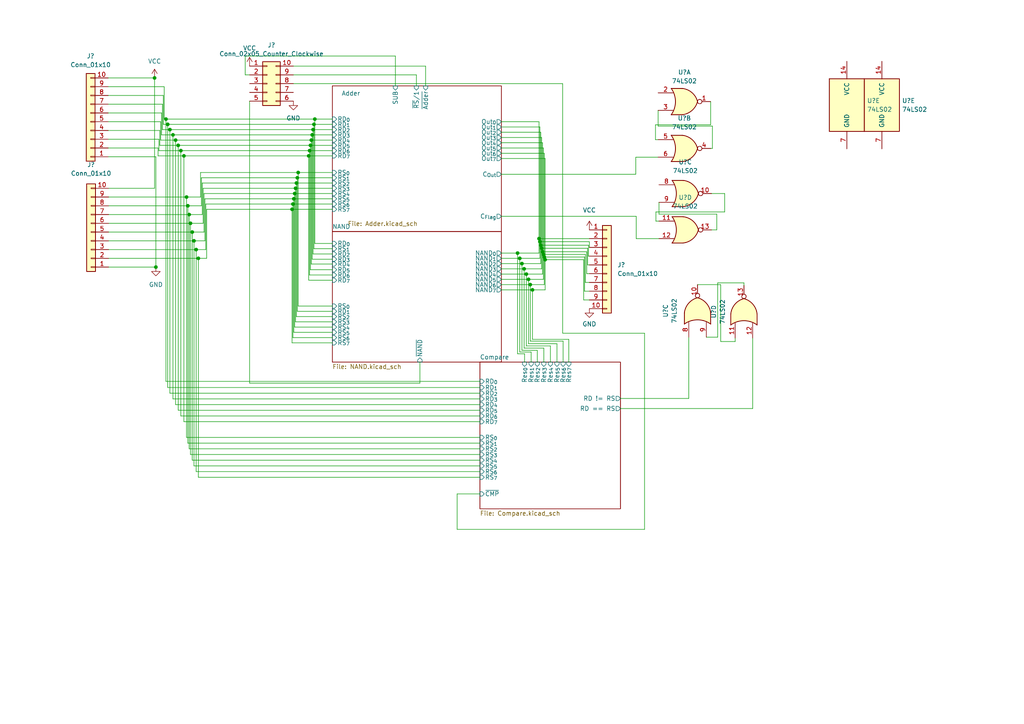
<source format=kicad_sch>
(kicad_sch (version 20211123) (generator eeschema)
  (paper "A4")
  (lib_symbols
    (symbol "74xx:74LS02" (pin_names (offset 1.016))
      (property "Reference" "U" (at 0 1.27 0))
      (property "Value" "74LS02" (at 0 -1.27 0))
      (symbol "74LS02_1_1"
        (arc (start -3.81 -3.81) (mid -2.589 0) (end -3.81 3.81) (stroke (width 0.254)))
        (arc (start -0.6096 -3.81) (mid 2.1855 -2.584) (end 3.81 0) (stroke (width 0.254)) (fill (type background)))
        (polyline (pts (xy -3.81 -3.81) (xy -0.635 -3.81)) (stroke (width 0.254)) (fill (type background)))
        (polyline (pts (xy -3.81 3.81) (xy -0.635 3.81)) (stroke (width 0.254)) (fill (type background)))
        (polyline (pts (xy -0.635 3.81) (xy -3.81 3.81) (xy -3.81 3.81) (xy -3.556 3.4036) (xy -3.0226 2.2606) (xy -2.6924 1.0414) (xy -2.6162 -0.254) (xy -2.7686 -1.4986) (xy -3.175 -2.7178) (xy -3.81 -3.81) (xy -3.81 -3.81) (xy -0.635 -3.81)) (stroke (width -25.4)) (fill (type background)))
        (arc (start 3.81 0) (mid 2.1928 2.5925) (end -0.6096 3.81) (stroke (width 0.254)) (fill (type background)))
        (pin output inverted (at 7.62 0 180) (length 3.81) (name "~") (number "1"))
        (pin input line (at -7.62 2.54 0) (length 4.318) (name "~") (number "2"))
        (pin input line (at -7.62 -2.54 0) (length 4.318) (name "~") (number "3"))
      )
      (symbol "74LS02_1_2"
        (arc (start 0 -3.81) (mid 3.81 0) (end 0 3.81) (stroke (width 0.254)) (fill (type background)))
        (polyline (pts (xy 0 3.81) (xy -3.81 3.81) (xy -3.81 -3.81) (xy 0 -3.81)) (stroke (width 0.254)) (fill (type background)))
        (pin output line (at 7.62 0 180) (length 3.81) (name "~") (number "1"))
        (pin input inverted (at -7.62 2.54 0) (length 3.81) (name "~") (number "2"))
        (pin input inverted (at -7.62 -2.54 0) (length 3.81) (name "~") (number "3"))
      )
      (symbol "74LS02_2_1"
        (arc (start -3.81 -3.81) (mid -2.589 0) (end -3.81 3.81) (stroke (width 0.254)))
        (arc (start -0.6096 -3.81) (mid 2.1855 -2.584) (end 3.81 0) (stroke (width 0.254)) (fill (type background)))
        (polyline (pts (xy -3.81 -3.81) (xy -0.635 -3.81)) (stroke (width 0.254)) (fill (type background)))
        (polyline (pts (xy -3.81 3.81) (xy -0.635 3.81)) (stroke (width 0.254)) (fill (type background)))
        (polyline (pts (xy -0.635 3.81) (xy -3.81 3.81) (xy -3.81 3.81) (xy -3.556 3.4036) (xy -3.0226 2.2606) (xy -2.6924 1.0414) (xy -2.6162 -0.254) (xy -2.7686 -1.4986) (xy -3.175 -2.7178) (xy -3.81 -3.81) (xy -3.81 -3.81) (xy -0.635 -3.81)) (stroke (width -25.4)) (fill (type background)))
        (arc (start 3.81 0) (mid 2.1928 2.5925) (end -0.6096 3.81) (stroke (width 0.254)) (fill (type background)))
        (pin output inverted (at 7.62 0 180) (length 3.81) (name "~") (number "4"))
        (pin input line (at -7.62 2.54 0) (length 4.318) (name "~") (number "5"))
        (pin input line (at -7.62 -2.54 0) (length 4.318) (name "~") (number "6"))
      )
      (symbol "74LS02_2_2"
        (arc (start 0 -3.81) (mid 3.81 0) (end 0 3.81) (stroke (width 0.254)) (fill (type background)))
        (polyline (pts (xy 0 3.81) (xy -3.81 3.81) (xy -3.81 -3.81) (xy 0 -3.81)) (stroke (width 0.254)) (fill (type background)))
        (pin output line (at 7.62 0 180) (length 3.81) (name "~") (number "4"))
        (pin input inverted (at -7.62 2.54 0) (length 3.81) (name "~") (number "5"))
        (pin input inverted (at -7.62 -2.54 0) (length 3.81) (name "~") (number "6"))
      )
      (symbol "74LS02_3_1"
        (arc (start -3.81 -3.81) (mid -2.589 0) (end -3.81 3.81) (stroke (width 0.254)))
        (arc (start -0.6096 -3.81) (mid 2.1855 -2.584) (end 3.81 0) (stroke (width 0.254)) (fill (type background)))
        (polyline (pts (xy -3.81 -3.81) (xy -0.635 -3.81)) (stroke (width 0.254)) (fill (type background)))
        (polyline (pts (xy -3.81 3.81) (xy -0.635 3.81)) (stroke (width 0.254)) (fill (type background)))
        (polyline (pts (xy -0.635 3.81) (xy -3.81 3.81) (xy -3.81 3.81) (xy -3.556 3.4036) (xy -3.0226 2.2606) (xy -2.6924 1.0414) (xy -2.6162 -0.254) (xy -2.7686 -1.4986) (xy -3.175 -2.7178) (xy -3.81 -3.81) (xy -3.81 -3.81) (xy -0.635 -3.81)) (stroke (width -25.4)) (fill (type background)))
        (arc (start 3.81 0) (mid 2.1928 2.5925) (end -0.6096 3.81) (stroke (width 0.254)) (fill (type background)))
        (pin output inverted (at 7.62 0 180) (length 3.81) (name "~") (number "10"))
        (pin input line (at -7.62 2.54 0) (length 4.318) (name "~") (number "8"))
        (pin input line (at -7.62 -2.54 0) (length 4.318) (name "~") (number "9"))
      )
      (symbol "74LS02_3_2"
        (arc (start 0 -3.81) (mid 3.81 0) (end 0 3.81) (stroke (width 0.254)) (fill (type background)))
        (polyline (pts (xy 0 3.81) (xy -3.81 3.81) (xy -3.81 -3.81) (xy 0 -3.81)) (stroke (width 0.254)) (fill (type background)))
        (pin output line (at 7.62 0 180) (length 3.81) (name "~") (number "10"))
        (pin input inverted (at -7.62 2.54 0) (length 3.81) (name "~") (number "8"))
        (pin input inverted (at -7.62 -2.54 0) (length 3.81) (name "~") (number "9"))
      )
      (symbol "74LS02_4_1"
        (arc (start -3.81 -3.81) (mid -2.589 0) (end -3.81 3.81) (stroke (width 0.254)))
        (arc (start -0.6096 -3.81) (mid 2.1855 -2.584) (end 3.81 0) (stroke (width 0.254)) (fill (type background)))
        (polyline (pts (xy -3.81 -3.81) (xy -0.635 -3.81)) (stroke (width 0.254)) (fill (type background)))
        (polyline (pts (xy -3.81 3.81) (xy -0.635 3.81)) (stroke (width 0.254)) (fill (type background)))
        (polyline (pts (xy -0.635 3.81) (xy -3.81 3.81) (xy -3.81 3.81) (xy -3.556 3.4036) (xy -3.0226 2.2606) (xy -2.6924 1.0414) (xy -2.6162 -0.254) (xy -2.7686 -1.4986) (xy -3.175 -2.7178) (xy -3.81 -3.81) (xy -3.81 -3.81) (xy -0.635 -3.81)) (stroke (width -25.4)) (fill (type background)))
        (arc (start 3.81 0) (mid 2.1928 2.5925) (end -0.6096 3.81) (stroke (width 0.254)) (fill (type background)))
        (pin input line (at -7.62 2.54 0) (length 4.318) (name "~") (number "11"))
        (pin input line (at -7.62 -2.54 0) (length 4.318) (name "~") (number "12"))
        (pin output inverted (at 7.62 0 180) (length 3.81) (name "~") (number "13"))
      )
      (symbol "74LS02_4_2"
        (arc (start 0 -3.81) (mid 3.81 0) (end 0 3.81) (stroke (width 0.254)) (fill (type background)))
        (polyline (pts (xy 0 3.81) (xy -3.81 3.81) (xy -3.81 -3.81) (xy 0 -3.81)) (stroke (width 0.254)) (fill (type background)))
        (pin input inverted (at -7.62 2.54 0) (length 3.81) (name "~") (number "11"))
        (pin input inverted (at -7.62 -2.54 0) (length 3.81) (name "~") (number "12"))
        (pin output line (at 7.62 0 180) (length 3.81) (name "~") (number "13"))
      )
      (symbol "74LS02_5_0"
        (pin power_in line (at 0 12.7 270) (length 5.08) (name "VCC") (number "14"))
        (pin power_in line (at 0 -12.7 90) (length 5.08) (name "GND") (number "7"))
      )
      (symbol "74LS02_5_1"
        (rectangle (start -5.08 7.62) (end 5.08 -7.62) (stroke (width 0.254)) (fill (type background)))
      )
    )
    (symbol "Connector_Generic:Conn_01x10" (pin_names (offset 1.016) hide)
      (property "Reference" "J" (at 0 12.7 0))
      (property "Value" "Conn_01x10" (at 0 -15.24 0))
      (symbol "Conn_01x10_1_1"
        (rectangle (start -1.27 -12.573) (end 0 -12.827) (stroke (width 0.1524)))
        (rectangle (start -1.27 -10.033) (end 0 -10.287) (stroke (width 0.1524)))
        (rectangle (start -1.27 -7.493) (end 0 -7.747) (stroke (width 0.1524)))
        (rectangle (start -1.27 -4.953) (end 0 -5.207) (stroke (width 0.1524)))
        (rectangle (start -1.27 -2.413) (end 0 -2.667) (stroke (width 0.1524)))
        (rectangle (start -1.27 0.127) (end 0 -0.127) (stroke (width 0.1524)))
        (rectangle (start -1.27 2.667) (end 0 2.413) (stroke (width 0.1524)))
        (rectangle (start -1.27 5.207) (end 0 4.953) (stroke (width 0.1524)))
        (rectangle (start -1.27 7.747) (end 0 7.493) (stroke (width 0.1524)))
        (rectangle (start -1.27 10.287) (end 0 10.033) (stroke (width 0.1524)))
        (rectangle (start -1.27 11.43) (end 1.27 -13.97) (stroke (width 0.254)) (fill (type background)))
        (pin passive line (at -5.08 10.16 0) (length 3.81) (name "Pin_1") (number "1"))
        (pin passive line (at -5.08 -12.7 0) (length 3.81) (name "Pin_10") (number "10"))
        (pin passive line (at -5.08 7.62 0) (length 3.81) (name "Pin_2") (number "2"))
        (pin passive line (at -5.08 5.08 0) (length 3.81) (name "Pin_3") (number "3"))
        (pin passive line (at -5.08 2.54 0) (length 3.81) (name "Pin_4") (number "4"))
        (pin passive line (at -5.08 0 0) (length 3.81) (name "Pin_5") (number "5"))
        (pin passive line (at -5.08 -2.54 0) (length 3.81) (name "Pin_6") (number "6"))
        (pin passive line (at -5.08 -5.08 0) (length 3.81) (name "Pin_7") (number "7"))
        (pin passive line (at -5.08 -7.62 0) (length 3.81) (name "Pin_8") (number "8"))
        (pin passive line (at -5.08 -10.16 0) (length 3.81) (name "Pin_9") (number "9"))
      )
    )
    (symbol "Connector_Generic:Conn_02x05_Counter_Clockwise" (pin_names (offset 1.016) hide)
      (property "Reference" "J" (at 1.27 7.62 0))
      (property "Value" "Conn_02x05_Counter_Clockwise" (at 1.27 -7.62 0))
      (symbol "Conn_02x05_Counter_Clockwise_1_1"
        (rectangle (start -1.27 -4.953) (end 0 -5.207) (stroke (width 0.1524)))
        (rectangle (start -1.27 -2.413) (end 0 -2.667) (stroke (width 0.1524)))
        (rectangle (start -1.27 0.127) (end 0 -0.127) (stroke (width 0.1524)))
        (rectangle (start -1.27 2.667) (end 0 2.413) (stroke (width 0.1524)))
        (rectangle (start -1.27 5.207) (end 0 4.953) (stroke (width 0.1524)))
        (rectangle (start -1.27 6.35) (end 3.81 -6.35) (stroke (width 0.254)) (fill (type background)))
        (rectangle (start 3.81 -4.953) (end 2.54 -5.207) (stroke (width 0.1524)))
        (rectangle (start 3.81 -2.413) (end 2.54 -2.667) (stroke (width 0.1524)))
        (rectangle (start 3.81 0.127) (end 2.54 -0.127) (stroke (width 0.1524)))
        (rectangle (start 3.81 2.667) (end 2.54 2.413) (stroke (width 0.1524)))
        (rectangle (start 3.81 5.207) (end 2.54 4.953) (stroke (width 0.1524)))
        (pin passive line (at -5.08 5.08 0) (length 3.81) (name "Pin_1") (number "1"))
        (pin passive line (at 7.62 5.08 180) (length 3.81) (name "Pin_10") (number "10"))
        (pin passive line (at -5.08 2.54 0) (length 3.81) (name "Pin_2") (number "2"))
        (pin passive line (at -5.08 0 0) (length 3.81) (name "Pin_3") (number "3"))
        (pin passive line (at -5.08 -2.54 0) (length 3.81) (name "Pin_4") (number "4"))
        (pin passive line (at -5.08 -5.08 0) (length 3.81) (name "Pin_5") (number "5"))
        (pin passive line (at 7.62 -5.08 180) (length 3.81) (name "Pin_6") (number "6"))
        (pin passive line (at 7.62 -2.54 180) (length 3.81) (name "Pin_7") (number "7"))
        (pin passive line (at 7.62 0 180) (length 3.81) (name "Pin_8") (number "8"))
        (pin passive line (at 7.62 2.54 180) (length 3.81) (name "Pin_9") (number "9"))
      )
    )
    (symbol "power:GND" (power) (pin_names (offset 0))
      (property "Value" "GND" (at 0 -3.81 0))
      (symbol "GND_0_1"
        (polyline (pts (xy 0 0) (xy 0 -1.27) (xy 1.27 -1.27) (xy 0 -2.54) (xy -1.27 -1.27) (xy 0 -1.27)))
      )
      (symbol "GND_1_1"
        (pin power_in line (at 0 0 270) (length 0) hide (name "GND") (number "1"))
      )
    )
    (symbol "power:VCC" (power) (pin_names (offset 0))
      (property "Value" "VCC" (at 0 3.81 0))
      (symbol "VCC_0_1"
        (polyline (pts (xy -0.762 1.27) (xy 0 2.54)))
        (polyline (pts (xy 0 0) (xy 0 2.54)))
        (polyline (pts (xy 0 2.54) (xy 0.762 1.27)))
      )
      (symbol "VCC_1_1"
        (pin power_in line (at 0 0 90) (length 0) hide (name "VCC") (number "1"))
      )
    )
  )
  (junction (at 48.641 36.068))
  (junction (at 84.709 60.706))
  (junction (at 156.845 71.12))
  (junction (at 85.217 57.658))
  (junction (at 156.591 70.104))
  (junction (at 91.313 34.544))
  (junction (at 85.725 54.61))
  (junction (at 50.927 40.64))
  (junction (at 90.805 37.592))
  (junction (at 151.384 76.454))
  (junction (at 153.797 82.55))
  (junction (at 157.861 74.549))
  (junction (at 86.487 50.038))
  (junction (at 89.789 43.688))
  (junction (at 150.749 74.93))
  (junction (at 85.979 53.086))
  (junction (at 152.654 79.502))
  (junction (at 89.535 45.212))
  (junction (at 85.471 56.134))
  (junction (at 57.531 74.93))
  (junction (at 86.233 51.562))
  (junction (at 156.337 69.215))
  (junction (at 49.276 37.592))
  (junction (at 154.432 84.074))
  (junction (at 45.212 77.47))
  (junction (at 152.019 77.978))
  (junction (at 157.353 73.025))
  (junction (at 158.115 75.311))
  (junction (at 91.059 36.068))
  (junction (at 48.133 34.544))
  (junction (at 52.451 43.688))
  (junction (at 53.34 45.212))
  (junction (at 157.099 72.009))
  (junction (at 84.963 59.182))
  (junction (at 51.689 42.164))
  (junction (at 153.289 81.026))
  (junction (at 56.896 72.39))
  (junction (at 55.753 67.31))
  (junction (at 157.607 73.787))
  (junction (at 54.864 62.23))
  (junction (at 54.483 59.69))
  (junction (at 55.245 64.77))
  (junction (at 56.261 69.85))
  (junction (at 90.551 39.116))
  (junction (at 150.114 73.406))
  (junction (at 90.043 42.164))
  (junction (at 50.165 39.116))
  (junction (at 90.297 40.64))
  (junction (at 54.102 57.15))
  (junction (at 44.831 22.606))
  (wire (pts (xy 71.12 21.717) (xy 72.39 21.717)))
  (wire (pts (xy 85.979 53.086) (xy 85.979 91.821)))
  (wire (pts (xy 54.483 59.69) (xy 58.42 59.69)))
  (wire (pts (xy 58.674 53.086) (xy 85.979 53.086)))
  (wire (pts (xy 139.192 120.65) (xy 52.451 120.65)))
  (wire (pts (xy 54.864 62.23) (xy 31.496 62.23)))
  (wire (pts (xy 202.311 82.55) (xy 209.042 82.55)))
  (wire (pts (xy 55.245 131.826) (xy 55.245 64.77)))
  (wire (pts (xy 132.588 143.256) (xy 139.192 143.256)))
  (wire (pts (xy 91.059 72.136) (xy 96.393 72.136)))
  (wire (pts (xy 156.591 74.93) (xy 156.591 70.104)))
  (wire (pts (xy 85.471 56.134) (xy 85.471 94.869)))
  (wire (pts (xy 56.261 135.128) (xy 56.261 69.85)))
  (wire (pts (xy 208.153 82.042) (xy 208.153 97.79)))
  (wire (pts (xy 170.688 74.295) (xy 170.688 71.12)))
  (wire (pts (xy 154.432 84.074) (xy 158.115 84.074)))
  (wire (pts (xy 90.043 42.164) (xy 90.043 78.232)))
  (wire (pts (xy 46.609 35.306) (xy 46.609 40.64)))
  (wire (pts (xy 132.588 153.543) (xy 132.588 143.256)))
  (wire (pts (xy 163.195 96.647) (xy 186.944 96.647)))
  (wire (pts (xy 150.114 73.406) (xy 150.114 102.616)))
  (wire (pts (xy 90.297 76.581) (xy 90.297 40.64)))
  (wire (pts (xy 139.192 117.348) (xy 50.927 117.348)))
  (wire (pts (xy 210.185 56.134) (xy 206.375 56.134)))
  (wire (pts (xy 59.182 56.134) (xy 85.471 56.134)))
  (wire (pts (xy 31.496 54.61) (xy 44.831 54.61)))
  (wire (pts (xy 206.629 36.576) (xy 206.629 43.053)))
  (wire (pts (xy 84.709 99.441) (xy 84.709 60.706)))
  (wire (pts (xy 120.777 24.892) (xy 120.777 21.717)))
  (wire (pts (xy 59.69 59.182) (xy 84.963 59.182)))
  (wire (pts (xy 31.369 45.466) (xy 45.212 45.466)))
  (wire (pts (xy 150.749 74.93) (xy 156.591 74.93)))
  (wire (pts (xy 184.404 45.593) (xy 190.881 45.593)))
  (wire (pts (xy 54.864 130.175) (xy 139.192 130.175)))
  (wire (pts (xy 208.153 97.79) (xy 204.851 97.79)))
  (wire (pts (xy 85.725 93.345) (xy 85.725 54.61)))
  (wire (pts (xy 170.942 84.455) (xy 169.545 84.455)))
  (wire (pts (xy 179.959 115.57) (xy 199.771 115.57)))
  (wire (pts (xy 190.119 40.513) (xy 190.881 40.513)))
  (wire (pts (xy 58.166 50.038) (xy 86.487 50.038)))
  (wire (pts (xy 154.432 98.425) (xy 154.432 84.074)))
  (wire (pts (xy 56.896 72.39) (xy 59.69 72.39)))
  (wire (pts (xy 90.551 39.116) (xy 96.393 39.116)))
  (wire (pts (xy 31.496 72.39) (xy 56.896 72.39)))
  (wire (pts (xy 84.709 60.706) (xy 59.944 60.706)))
  (wire (pts (xy 56.896 136.779) (xy 139.192 136.779)))
  (wire (pts (xy 145.415 79.502) (xy 152.654 79.502)))
  (wire (pts (xy 84.963 59.182) (xy 84.963 97.917)))
  (wire (pts (xy 46.863 32.766) (xy 46.863 39.116)))
  (wire (pts (xy 55.753 67.31) (xy 31.496 67.31)))
  (wire (pts (xy 169.291 75.311) (xy 158.115 75.311)))
  (wire (pts (xy 56.896 72.39) (xy 56.896 136.779)))
  (wire (pts (xy 179.959 118.491) (xy 218.313 118.491)))
  (wire (pts (xy 169.799 81.915) (xy 169.799 73.787)))
  (wire (pts (xy 157.607 73.787) (xy 169.799 73.787)))
  (wire (pts (xy 120.777 21.717) (xy 85.09 21.717)))
  (wire (pts (xy 145.415 77.978) (xy 152.019 77.978)))
  (wire (pts (xy 90.551 39.116) (xy 90.551 75.184)))
  (wire (pts (xy 215.773 82.804) (xy 215.773 82.042)))
  (wire (pts (xy 45.847 42.926) (xy 45.847 45.212)))
  (wire (pts (xy 157.861 74.549) (xy 157.861 44.45)))
  (wire (pts (xy 31.496 64.77) (xy 55.245 64.77)))
  (wire (pts (xy 153.289 81.026) (xy 157.607 81.026)))
  (wire (pts (xy 157.353 73.025) (xy 157.353 79.502)))
  (wire (pts (xy 153.289 81.026) (xy 153.289 99.695)))
  (wire (pts (xy 157.861 82.55) (xy 157.861 74.549)))
  (wire (pts (xy 170.942 71.755) (xy 170.942 70.104)))
  (wire (pts (xy 91.313 34.544) (xy 96.393 34.544)))
  (wire (pts (xy 153.797 82.55) (xy 153.797 98.933)))
  (wire (pts (xy 59.436 57.658) (xy 85.217 57.658)))
  (wire (pts (xy 51.689 118.999) (xy 139.192 118.999)))
  (wire (pts (xy 145.415 42.926) (xy 157.607 42.926)))
  (wire (pts (xy 152.146 102.616) (xy 152.146 105.029)))
  (wire (pts (xy 55.753 133.477) (xy 139.192 133.477)))
  (wire (pts (xy 190.119 36.195) (xy 190.119 40.513)))
  (wire (pts (xy 114.681 16.256) (xy 71.12 16.256)))
  (wire (pts (xy 89.789 43.688) (xy 89.789 79.756)))
  (wire (pts (xy 191.135 62.103) (xy 191.135 58.674)))
  (wire (pts (xy 145.415 39.878) (xy 157.099 39.878)))
  (wire (pts (xy 54.483 128.524) (xy 54.483 59.69)))
  (wire (pts (xy 46.609 40.64) (xy 50.927 40.64)))
  (wire (pts (xy 96.393 53.086) (xy 85.979 53.086)))
  (wire (pts (xy 56.261 69.85) (xy 59.436 69.85)))
  (wire (pts (xy 46.101 43.688) (xy 46.101 40.386)))
  (wire (pts (xy 50.927 117.348) (xy 50.927 40.64)))
  (wire (pts (xy 155.829 101.6) (xy 155.829 105.029)))
  (wire (pts (xy 47.371 36.068) (xy 48.641 36.068)))
  (wire (pts (xy 209.042 82.55) (xy 209.042 99.06)))
  (wire (pts (xy 213.233 99.06) (xy 213.233 98.044)))
  (wire (pts (xy 145.415 41.402) (xy 157.353 41.402)))
  (wire (pts (xy 31.369 42.926) (xy 45.847 42.926)))
  (wire (pts (xy 91.059 36.068) (xy 96.393 36.068)))
  (wire (pts (xy 151.384 76.454) (xy 156.845 76.454)))
  (wire (pts (xy 184.531 69.215) (xy 191.135 69.215)))
  (wire (pts (xy 158.115 84.074) (xy 158.115 75.311)))
  (wire (pts (xy 96.393 59.182) (xy 84.963 59.182)))
  (wire (pts (xy 156.337 73.406) (xy 156.337 69.215)))
  (wire (pts (xy 59.436 69.85) (xy 59.436 57.658)))
  (wire (pts (xy 31.369 27.686) (xy 47.371 27.686)))
  (wire (pts (xy 55.753 67.31) (xy 55.753 133.477)))
  (wire (pts (xy 59.182 67.31) (xy 55.753 67.31)))
  (wire (pts (xy 49.276 37.592) (xy 49.276 114.046)))
  (wire (pts (xy 86.233 90.297) (xy 86.233 51.562)))
  (wire (pts (xy 85.09 24.257) (xy 163.195 24.257)))
  (wire (pts (xy 96.393 90.297) (xy 86.233 90.297)))
  (wire (pts (xy 31.496 69.85) (xy 56.261 69.85)))
  (wire (pts (xy 121.793 111.125) (xy 121.793 105.029)))
  (wire (pts (xy 152.019 77.978) (xy 157.099 77.978)))
  (wire (pts (xy 156.845 76.454) (xy 156.845 71.12)))
  (wire (pts (xy 72.39 111.125) (xy 121.793 111.125)))
  (wire (pts (xy 49.276 114.046) (xy 139.192 114.046)))
  (wire (pts (xy 52.451 43.688) (xy 52.451 120.65)))
  (wire (pts (xy 190.881 36.576) (xy 206.629 36.576)))
  (wire (pts (xy 164.973 105.029) (xy 164.973 98.425)))
  (wire (pts (xy 90.043 42.164) (xy 96.393 42.164)))
  (wire (pts (xy 44.831 54.61) (xy 44.831 22.606)))
  (wire (pts (xy 114.681 24.892) (xy 114.681 16.256)))
  (wire (pts (xy 51.689 42.164) (xy 51.689 118.999)))
  (wire (pts (xy 52.451 43.688) (xy 89.789 43.688)))
  (wire (pts (xy 159.639 100.33) (xy 159.639 105.029)))
  (wire (pts (xy 47.117 30.226) (xy 31.369 30.226)))
  (wire (pts (xy 90.805 73.66) (xy 90.805 37.592)))
  (wire (pts (xy 46.863 39.116) (xy 50.165 39.116)))
  (wire (pts (xy 154.051 102.108) (xy 150.749 102.108)))
  (wire (pts (xy 158.115 75.311) (xy 158.115 45.974)))
  (wire (pts (xy 186.944 96.647) (xy 186.944 153.543)))
  (wire (pts (xy 157.734 105.029) (xy 157.734 100.965)))
  (wire (pts (xy 206.629 43.053) (xy 206.121 43.053)))
  (wire (pts (xy 54.102 126.873) (xy 139.192 126.873)))
  (wire (pts (xy 218.313 98.044) (xy 218.313 118.491)))
  (wire (pts (xy 45.212 45.466) (xy 45.212 77.47)))
  (wire (pts (xy 161.544 105.029) (xy 161.544 99.695)))
  (wire (pts (xy 151.384 76.454) (xy 151.384 101.6)))
  (wire (pts (xy 31.496 74.93) (xy 57.531 74.93)))
  (wire (pts (xy 152.654 100.33) (xy 159.639 100.33)))
  (wire (pts (xy 156.591 36.83) (xy 145.669 36.83)))
  (wire (pts (xy 96.393 56.134) (xy 85.471 56.134)))
  (wire (pts (xy 123.444 19.177) (xy 123.444 24.892)))
  (wire (pts (xy 86.487 88.773) (xy 96.393 88.773)))
  (wire (pts (xy 163.322 98.933) (xy 163.322 105.029)))
  (wire (pts (xy 152.654 79.502) (xy 152.654 100.33)))
  (wire (pts (xy 44.831 22.606) (xy 31.369 22.606)))
  (wire (pts (xy 157.099 72.009) (xy 157.099 39.878)))
  (wire (pts (xy 170.942 86.995) (xy 169.291 86.995)))
  (wire (pts (xy 90.297 40.64) (xy 96.393 40.64)))
  (wire (pts (xy 46.101 40.386) (xy 31.369 40.386)))
  (wire (pts (xy 145.415 84.074) (xy 154.432 84.074)))
  (wire (pts (xy 139.192 138.43) (xy 57.531 138.43)))
  (wire (pts (xy 55.245 64.77) (xy 58.928 64.77)))
  (wire (pts (xy 145.415 74.93) (xy 150.749 74.93)))
  (wire (pts (xy 163.195 24.257) (xy 163.195 96.647)))
  (wire (pts (xy 58.166 57.15) (xy 54.102 57.15)))
  (wire (pts (xy 145.415 82.55) (xy 153.797 82.55)))
  (wire (pts (xy 89.535 45.212) (xy 89.535 81.28)))
  (wire (pts (xy 58.928 54.61) (xy 85.725 54.61)))
  (wire (pts (xy 46.101 43.688) (xy 52.451 43.688)))
  (wire (pts (xy 169.291 86.995) (xy 169.291 75.311)))
  (wire (pts (xy 58.42 51.562) (xy 86.233 51.562)))
  (wire (pts (xy 85.725 54.61) (xy 96.393 54.61)))
  (wire (pts (xy 47.117 37.592) (xy 49.276 37.592)))
  (wire (pts (xy 96.393 99.441) (xy 84.709 99.441)))
  (wire (pts (xy 156.337 69.215) (xy 156.337 35.306)))
  (wire (pts (xy 184.404 50.546) (xy 184.404 45.593)))
  (wire (pts (xy 156.337 35.306) (xy 145.415 35.306)))
  (wire (pts (xy 199.771 115.57) (xy 199.771 97.79)))
  (wire (pts (xy 48.133 110.617) (xy 139.192 110.617)))
  (wire (pts (xy 151.384 101.6) (xy 155.829 101.6)))
  (wire (pts (xy 170.434 76.835) (xy 170.434 72.009)))
  (wire (pts (xy 46.355 37.846) (xy 46.355 42.164)))
  (wire (pts (xy 58.166 50.038) (xy 58.166 57.15)))
  (wire (pts (xy 48.133 34.544) (xy 91.313 34.544)))
  (wire (pts (xy 46.355 42.164) (xy 51.689 42.164)))
  (wire (pts (xy 45.847 45.212) (xy 53.34 45.212)))
  (wire (pts (xy 84.709 60.706) (xy 96.393 60.706)))
  (wire (pts (xy 156.845 38.354) (xy 156.845 71.12)))
  (wire (pts (xy 57.531 138.43) (xy 57.531 74.93)))
  (wire (pts (xy 86.487 50.038) (xy 86.487 88.773)))
  (wire (pts (xy 152.019 77.978) (xy 152.019 100.965)))
  (wire (pts (xy 58.928 64.77) (xy 58.928 54.61)))
  (wire (pts (xy 96.393 50.038) (xy 86.487 50.038)))
  (wire (pts (xy 54.102 57.15) (xy 54.102 126.873)))
  (wire (pts (xy 139.192 112.395) (xy 48.641 112.395)))
  (wire (pts (xy 156.591 70.104) (xy 156.591 36.83)))
  (wire (pts (xy 50.165 115.697) (xy 139.192 115.697)))
  (wire (pts (xy 190.246 61.468) (xy 210.185 61.468)))
  (wire (pts (xy 45.212 77.47) (xy 31.496 77.47)))
  (wire (pts (xy 139.192 131.826) (xy 55.245 131.826)))
  (wire (pts (xy 170.18 79.375) (xy 170.18 73.025)))
  (wire (pts (xy 46.609 35.306) (xy 31.369 35.306)))
  (wire (pts (xy 156.845 71.12) (xy 170.688 71.12)))
  (wire (pts (xy 57.531 74.93) (xy 59.944 74.93)))
  (wire (pts (xy 31.369 32.766) (xy 46.863 32.766)))
  (wire (pts (xy 48.641 36.068) (xy 91.059 36.068)))
  (wire (pts (xy 85.471 94.869) (xy 96.393 94.869)))
  (wire (pts (xy 96.393 76.581) (xy 90.297 76.581)))
  (wire (pts (xy 90.551 75.184) (xy 96.393 75.184)))
  (wire (pts (xy 150.114 102.616) (xy 152.146 102.616)))
  (wire (pts (xy 145.415 81.026) (xy 153.289 81.026)))
  (wire (pts (xy 89.789 79.756) (xy 96.393 79.756)))
  (wire (pts (xy 170.942 70.104) (xy 156.591 70.104)))
  (wire (pts (xy 53.34 45.212) (xy 53.34 122.301)))
  (wire (pts (xy 50.165 39.116) (xy 90.551 39.116)))
  (wire (pts (xy 84.963 97.917) (xy 96.393 97.917)))
  (wire (pts (xy 31.496 59.69) (xy 54.483 59.69)))
  (wire (pts (xy 145.415 38.354) (xy 156.845 38.354)))
  (wire (pts (xy 153.797 82.55) (xy 157.861 82.55)))
  (wire (pts (xy 190.246 64.135) (xy 190.246 61.468)))
  (wire (pts (xy 170.942 76.835) (xy 170.434 76.835)))
  (wire (pts (xy 47.371 27.686) (xy 47.371 36.068)))
  (wire (pts (xy 157.099 77.978) (xy 157.099 72.009)))
  (wire (pts (xy 85.217 57.658) (xy 96.393 57.658)))
  (wire (pts (xy 59.69 72.39) (xy 59.69 59.182)))
  (wire (pts (xy 152.654 79.502) (xy 157.353 79.502)))
  (wire (pts (xy 96.393 73.66) (xy 90.805 73.66)))
  (wire (pts (xy 47.625 34.544) (xy 48.133 34.544)))
  (wire (pts (xy 215.773 82.042) (xy 208.153 82.042)))
  (wire (pts (xy 207.899 66.675) (xy 207.899 62.103)))
  (wire (pts (xy 90.805 37.592) (xy 96.393 37.592)))
  (wire (pts (xy 145.415 44.45) (xy 157.861 44.45)))
  (wire (pts (xy 53.34 122.301) (xy 139.192 122.301)))
  (wire (pts (xy 157.607 42.926) (xy 157.607 73.787)))
  (wire (pts (xy 50.165 39.116) (xy 50.165 115.697)))
  (wire (pts (xy 71.12 16.256) (xy 71.12 21.717)))
  (wire (pts (xy 47.117 37.592) (xy 47.117 30.226)))
  (wire (pts (xy 91.059 72.136) (xy 91.059 36.068)))
  (wire (pts (xy 184.531 62.738) (xy 184.531 69.215)))
  (wire (pts (xy 150.749 102.108) (xy 150.749 74.93)))
  (wire (pts (xy 145.415 73.406) (xy 150.114 73.406)))
  (wire (pts (xy 58.42 59.69) (xy 58.42 51.562)))
  (wire (pts (xy 58.674 53.086) (xy 58.674 62.23)))
  (wire (pts (xy 72.39 29.337) (xy 72.39 111.125)))
  (wire (pts (xy 170.434 72.009) (xy 157.099 72.009)))
  (wire (pts (xy 89.535 81.28) (xy 96.393 81.28)))
  (wire (pts (xy 48.133 34.544) (xy 48.133 110.617)))
  (wire (pts (xy 207.899 62.103) (xy 191.135 62.103)))
  (wire (pts (xy 31.369 25.146) (xy 47.625 25.146)))
  (wire (pts (xy 89.789 43.688) (xy 96.393 43.688)))
  (wire (pts (xy 54.102 57.15) (xy 31.496 57.15)))
  (wire (pts (xy 59.182 56.134) (xy 59.182 67.31)))
  (wire (pts (xy 209.042 99.06) (xy 213.233 99.06)))
  (wire (pts (xy 48.641 36.068) (xy 48.641 112.395)))
  (wire (pts (xy 50.927 40.64) (xy 90.297 40.64)))
  (wire (pts (xy 85.217 96.393) (xy 85.217 57.658)))
  (wire (pts (xy 169.545 74.549) (xy 157.861 74.549)))
  (wire (pts (xy 145.415 76.454) (xy 151.384 76.454)))
  (wire (pts (xy 170.942 74.295) (xy 170.688 74.295)))
  (wire (pts (xy 154.051 105.029) (xy 154.051 102.108)))
  (wire (pts (xy 170.942 81.915) (xy 169.799 81.915)))
  (wire (pts (xy 190.881 32.004) (xy 190.881 36.576)))
  (wire (pts (xy 206.121 29.464) (xy 206.121 36.195)))
  (wire (pts (xy 206.121 36.195) (xy 190.119 36.195)))
  (wire (pts (xy 96.393 70.612) (xy 91.313 70.612)))
  (wire (pts (xy 157.353 41.402) (xy 157.353 73.025)))
  (wire (pts (xy 170.942 79.375) (xy 170.18 79.375)))
  (wire (pts (xy 139.192 128.524) (xy 54.483 128.524)))
  (wire (pts (xy 145.415 50.546) (xy 184.404 50.546)))
  (wire (pts (xy 164.973 98.425) (xy 154.432 98.425)))
  (wire (pts (xy 85.09 19.177) (xy 123.444 19.177)))
  (wire (pts (xy 186.944 153.543) (xy 132.588 153.543)))
  (wire (pts (xy 59.944 74.93) (xy 59.944 60.706)))
  (wire (pts (xy 86.233 51.562) (xy 96.393 51.562)))
  (wire (pts (xy 91.313 70.612) (xy 91.313 34.544)))
  (wire (pts (xy 161.544 99.695) (xy 153.289 99.695)))
  (wire (pts (xy 47.625 34.544) (xy 47.625 25.146)))
  (wire (pts (xy 53.34 45.212) (xy 89.535 45.212)))
  (wire (pts (xy 58.674 62.23) (xy 54.864 62.23)))
  (wire (pts (xy 145.415 45.974) (xy 158.115 45.974)))
  (wire (pts (xy 156.337 69.215) (xy 170.942 69.215)))
  (wire (pts (xy 210.185 61.468) (xy 210.185 56.134)))
  (wire (pts (xy 139.192 135.128) (xy 56.261 135.128)))
  (wire (pts (xy 31.369 37.846) (xy 46.355 37.846)))
  (wire (pts (xy 96.393 45.212) (xy 89.535 45.212)))
  (wire (pts (xy 90.043 78.232) (xy 96.393 78.232)))
  (wire (pts (xy 191.135 64.135) (xy 190.246 64.135)))
  (wire (pts (xy 145.415 62.738) (xy 184.531 62.738)))
  (wire (pts (xy 96.393 96.393) (xy 85.217 96.393)))
  (wire (pts (xy 150.114 73.406) (xy 156.337 73.406)))
  (wire (pts (xy 157.607 73.787) (xy 157.607 81.026)))
  (wire (pts (xy 51.689 42.164) (xy 90.043 42.164)))
  (wire (pts (xy 157.734 100.965) (xy 152.019 100.965)))
  (wire (pts (xy 54.864 62.23) (xy 54.864 130.175)))
  (wire (pts (xy 169.545 84.455) (xy 169.545 74.549)))
  (wire (pts (xy 85.979 91.821) (xy 96.393 91.821)))
  (wire (pts (xy 157.353 73.025) (xy 170.18 73.025)))
  (wire (pts (xy 96.393 93.345) (xy 85.725 93.345)))
  (wire (pts (xy 206.375 66.675) (xy 207.899 66.675)))
  (wire (pts (xy 153.797 98.933) (xy 163.322 98.933)))
  (wire (pts (xy 49.276 37.592) (xy 90.805 37.592)))
  (symbol (lib_id "power:GND") (at 170.942 89.535 0) (unit 1)
    (property "Reference" "#PWR?" (effects hide))
    (property "Value" "GND" (at 170.942 93.98 0))
  )
  (symbol (lib_id "74xx:74LS02") (at 255.778 30.48 0) (unit 5)
    (property "Reference" "U?" (at 261.62 29.2099 0) (effects (justify left)))
    (property "Value" "74LS02" (at 261.62 31.7499 0) (effects (justify left)))
    (property "Datasheet" "http://www.ti.com/lit/gpn/sn74ls02" (effects hide))
  )
  (symbol (lib_id "74xx:74LS02") (at 198.755 66.675 0) (unit 4)
    (property "Reference" "U?" (at 198.755 57.277 0))
    (property "Value" "74LS02" (at 198.755 59.817 0))
    (property "Datasheet" "http://www.ti.com/lit/gpn/sn74ls02" (effects hide))
  )
  (symbol (lib_id "74xx:74LS02") (at 202.311 90.17 90) (unit 3)
    (property "Reference" "U?" (at 193.04 90.17 0))
    (property "Value" "74LS02" (at 195.58 90.17 0))
    (property "Datasheet" "http://www.ti.com/lit/gpn/sn74ls02" (effects hide))
  )
  (symbol (lib_id "74xx:74LS02") (at 198.501 43.053 0) (unit 2)
    (property "Reference" "U?" (at 198.501 34.29 0))
    (property "Value" "74LS02" (at 198.501 36.83 0))
    (property "Datasheet" "http://www.ti.com/lit/gpn/sn74ls02" (effects hide))
  )
  (symbol (lib_id "Connector_Generic:Conn_01x10") (at 26.416 67.31 180) (unit 1)
    (property "Reference" "J?" (at 26.416 47.752 0))
    (property "Value" "Conn_01x10" (at 26.416 50.292 0))
  )
  (symbol (lib_id "power:VCC") (at 44.831 22.606 0) (unit 1)
    (property "Reference" "#PWR?" (effects hide))
    (property "Value" "VCC" (at 44.831 17.78 0))
  )
  (symbol (lib_id "Connector_Generic:Conn_01x10") (at 26.289 35.306 180) (unit 1)
    (property "Reference" "J?" (at 26.289 16.256 0))
    (property "Value" "Conn_01x10" (at 26.289 18.796 0))
  )
  (symbol (lib_id "74xx:74LS02") (at 245.618 30.48 0) (unit 5)
    (property "Reference" "U?" (at 251.46 29.2099 0) (effects (justify left)))
    (property "Value" "74LS02" (at 251.46 31.7499 0) (effects (justify left)))
    (property "Datasheet" "http://www.ti.com/lit/gpn/sn74ls02" (effects hide))
  )
  (symbol (lib_id "74xx:74LS02") (at 215.773 90.424 90) (unit 4)
    (property "Reference" "U?" (at 207.01 90.424 0))
    (property "Value" "74LS02" (at 209.55 90.424 0))
    (property "Datasheet" "http://www.ti.com/lit/gpn/sn74ls02" (effects hide))
  )
  (symbol (lib_id "power:VCC") (at 72.39 19.177 0) (unit 1)
    (property "Reference" "#PWR?" (effects hide))
    (property "Value" "VCC" (at 72.39 13.97 0))
  )
  (symbol (lib_id "power:VCC") (at 170.942 66.675 0) (unit 1)
    (property "Reference" "#PWR?" (effects hide))
    (property "Value" "VCC" (at 170.942 60.96 0))
  )
  (symbol (lib_id "Connector_Generic:Conn_01x10") (at 176.022 76.835 0) (unit 1)
    (property "Reference" "J?" (at 179.07 76.8349 0) (effects (justify left)))
    (property "Value" "Conn_01x10" (at 179.07 79.3749 0) (effects (justify left)))
  )
  (symbol (lib_id "power:GND") (at 45.212 77.47 0) (unit 1)
    (property "Reference" "#PWR?" (effects hide))
    (property "Value" "GND" (at 45.212 82.55 0))
  )
  (symbol (lib_id "74xx:74LS02") (at 198.755 56.134 0) (unit 3)
    (property "Reference" "U?" (at 198.755 46.99 0))
    (property "Value" "74LS02" (at 198.755 49.53 0))
    (property "Datasheet" "http://www.ti.com/lit/gpn/sn74ls02" (effects hide))
  )
  (symbol (lib_id "Connector_Generic:Conn_02x05_Counter_Clockwise") (at 77.47 24.257 0) (unit 1)
    (property "Reference" "J?" (at 78.74 13.081 0))
    (property "Value" "Conn_02x05_Counter_Clockwise" (at 78.74 15.621 0))
  )
  (symbol (lib_id "power:GND") (at 85.09 29.337 0) (unit 1)
    (property "Reference" "#PWR?" (effects hide))
    (property "Value" "GND" (at 85.09 34.29 0))
  )
  (symbol (lib_id "74xx:74LS02") (at 198.501 29.464 0) (unit 1)
    (property "Reference" "U?" (at 198.501 20.955 0))
    (property "Value" "74LS02" (at 198.501 23.495 0))
    (property "Datasheet" "http://www.ti.com/lit/gpn/sn74ls02" (effects hide))
  )
  (sheet (at 139.192 105.029) (size 40.767 42.545) (stroke (width 0.1524))
    (property "Sheet name" "Compare" (at 139.192 104.3174 0) (effects (justify left bottom)))
    (property "Sheet file" "Compare.kicad_sch" (at 139.192 148.1586 0) (effects (justify left top)))
    (pin "RD_{7}" input (at 139.192 122.301 180))
    (pin "RD_{5}" input (at 139.192 118.999 180))
    (pin "RD_{6}" input (at 139.192 120.65 180))
    (pin "RD_{4}" input (at 139.192 117.348 180))
    (pin "RD_{0}" input (at 139.192 110.617 180))
    (pin "RD_{1}" input (at 139.192 112.395 180))
    (pin "RD_{2}" input (at 139.192 114.046 180))
    (pin "RD_{3}" input (at 139.192 115.697 180))
    (pin "RS_{3}" input (at 139.192 131.826 180))
    (pin "RS_{1}" input (at 139.192 128.524 180))
    (pin "RS_{2}" input (at 139.192 130.175 180))
    (pin "RS_{0}" input (at 139.192 126.873 180))
    (pin "RS_{5}" input (at 139.192 135.128 180))
    (pin "RS_{7}" input (at 139.192 138.43 180))
    (pin "RS_{4}" input (at 139.192 133.477 180))
    (pin "RS_{6}" input (at 139.192 136.779 180))
    (pin "~{CMP}" input (at 139.192 143.256 180))
    (pin "RD != RS" output (at 179.959 115.57 0))
    (pin "RD == RS" output (at 179.959 118.491 0))
    (pin "Res_{0}" input (at 152.146 105.029 90))
    (pin "Res_{1}" input (at 154.051 105.029 90))
    (pin "Res_{7}" input (at 164.973 105.029 90))
    (pin "Res_{2}" input (at 155.829 105.029 90))
    (pin "Res_{3}" input (at 157.734 105.029 90))
    (pin "Res_{4}" input (at 159.639 105.029 90))
    (pin "Res_{5}" input (at 161.544 105.029 90))
    (pin "Res_{6}" input (at 163.322 105.029 90))
  )
  (sheet (at 96.393 24.892) (size 49.022 42.291) (stroke (width 0.1524))
    (property "Sheet name" "Adder" (at 99.06 27.813 0) (effects (justify left bottom)))
    (property "Sheet file" "Adder.kicad_sch" (at 100.838 64.135 0) (effects (justify left top)))
    (pin "SUB" input (at 114.681 24.892 90))
    (pin "RD_{3}" input (at 96.393 39.116 180))
    (pin "RD_{0}" input (at 96.393 34.544 180))
    (pin "RD_{1}" input (at 96.393 36.068 180))
    (pin "RD_{2}" input (at 96.393 37.592 180))
    (pin "RS_{1}" input (at 96.393 51.562 180))
    (pin "RS_{3}" input (at 96.393 54.61 180))
    (pin "RS_{0}" input (at 96.393 50.038 180))
    (pin "RS_{2}" input (at 96.393 53.086 180))
    (pin "RS_{5}" input (at 96.393 57.658 180))
    (pin "RS_{7}" input (at 96.393 60.706 180))
    (pin "RS_{4}" input (at 96.393 56.134 180))
    (pin "RS_{6}" input (at 96.393 59.182 180))
    (pin "~{RS}{slash}1" input (at 120.777 24.892 90))
    (pin "Out_{2}" output (at 145.415 38.354 0))
    (pin "Out_{1}" output (at 145.415 36.83 0))
    (pin "Out_{0}" output (at 145.415 35.306 0))
    (pin "C_{Flag}" output (at 145.415 62.738 0))
    (pin "~{Adder}" input (at 123.444 24.892 90))
    (pin "Out_{6}" output (at 145.415 44.45 0))
    (pin "Out_{3}" output (at 145.415 39.878 0))
    (pin "Out_{4}" output (at 145.415 41.402 0))
    (pin "Out_{5}" output (at 145.415 42.926 0))
    (pin "Out_{7}" output (at 145.415 45.974 0))
    (pin "C_{Out}" output (at 145.415 50.546 0))
    (pin "RD_{6}" input (at 96.393 43.688 180))
    (pin "RD_{4}" input (at 96.393 40.64 180))
    (pin "RD_{5}" input (at 96.393 42.164 180))
    (pin "RD_{7}" input (at 96.393 45.212 180))
  )
  (sheet (at 96.393 67.183) (size 49.022 37.846) (stroke (width 0.1524))
    (property "Sheet name" "NAND" (at 96.393 66.4714 0) (effects (justify left bottom)))
    (property "Sheet file" "NAND.kicad_sch" (at 96.393 105.6136 0) (effects (justify left top)))
    (pin "RD_{6}" input (at 96.393 79.756 180))
    (pin "RS_{5}" input (at 96.393 96.393 180))
    (pin "RS_{7}" input (at 96.393 99.441 180))
    (pin "RS_{6}" input (at 96.393 97.917 180))
    (pin "RD_{7}" input (at 96.393 81.28 180))
    (pin "RD_{4}" input (at 96.393 76.581 180))
    (pin "RS_{4}" input (at 96.393 94.869 180))
    (pin "RS_{3}" input (at 96.393 93.345 180))
    (pin "RD_{5}" input (at 96.393 78.232 180))
    (pin "RD_{3}" input (at 96.393 75.184 180))
    (pin "RS_{2}" input (at 96.393 91.821 180))
    (pin "RS_{0}" input (at 96.393 88.773 180))
    (pin "RD_{1}" input (at 96.393 90.297 180))
    (pin "RD_{0}" input (at 96.393 70.612 180))
    (pin "RD_{2}" input (at 96.393 73.66 180))
    (pin "RS_{1}" input (at 96.393 72.136 180))
    (pin "~{NAND}" input (at 121.793 105.029 270))
    (pin "NAND_{0}" output (at 145.415 73.406 0))
    (pin "NAND_{2}" output (at 145.415 76.454 0))
    (pin "NAND_{3}" output (at 145.415 77.978 0))
    (pin "NAND_{4}" output (at 145.415 79.502 0))
    (pin "NAND_{1}" output (at 145.415 74.93 0))
    (pin "NAND_{5}" output (at 145.415 81.026 0))
    (pin "NAND_{7}" output (at 145.415 84.074 0))
    (pin "NAND_{6}" output (at 145.415 82.55 0))
  )
)
</source>
